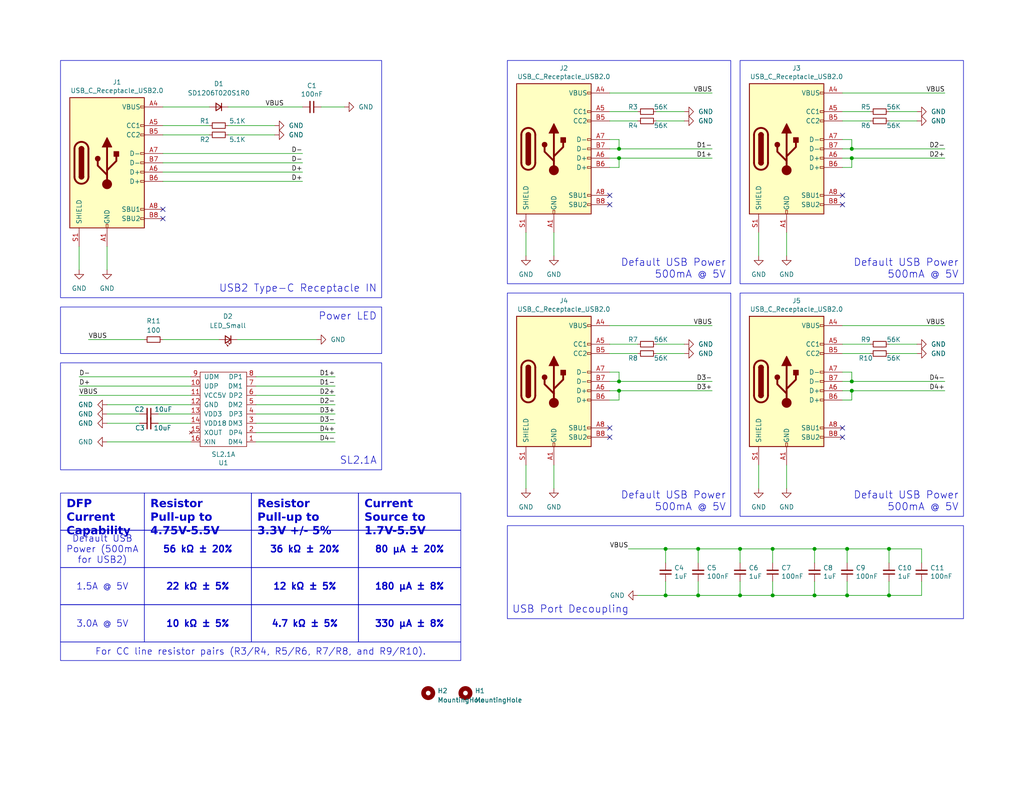
<source format=kicad_sch>
(kicad_sch (version 20230121) (generator eeschema)
  (paper "USLetter")
  (title_block (title "SL2.1A, USB-C 2.0 IN, 4x USB-C 2.0 OUT") (date "2023-11-02") (rev "v1.2") (company "Hugo Hu"))
  (lib_symbols
    (symbol "Connector:USB_C_Receptacle_USB2.0" (pin_names (offset 1.016))
      (property "Reference" "J" (at -10.16 19.05 0))
      (property "Value" "USB_C_Receptacle_USB2.0" (at 19.05 19.05 0))
      (symbol "USB_C_Receptacle_USB2.0_0_0"
        (rectangle (start -0.254 -17.78) (end 0.254 -16.764))
        (rectangle (start 10.16 -14.986) (end 9.144 -15.494))
        (rectangle (start 10.16 -12.446) (end 9.144 -12.954))
        (rectangle (start 10.16 -4.826) (end 9.144 -5.334))
        (rectangle (start 10.16 -2.286) (end 9.144 -2.794))
        (rectangle (start 10.16 0.254) (end 9.144 -0.254))
        (rectangle (start 10.16 2.794) (end 9.144 2.286))
        (rectangle (start 10.16 7.874) (end 9.144 7.366))
        (rectangle (start 10.16 10.414) (end 9.144 9.906))
        (rectangle (start 10.16 15.494) (end 9.144 14.986))
      )
      (symbol "USB_C_Receptacle_USB2.0_0_1"
        (rectangle (start -10.16 17.78) (end 10.16 -17.78) (stroke (width 0.254)) (fill (type background)))
        (arc (start -8.89 -3.81) (mid -6.985 -5.7067) (end -5.08 -3.81) (stroke (width 0.508)))
        (arc (start -7.62 -3.81) (mid -6.985 -4.4423) (end -6.35 -3.81) (stroke (width 0.254)))
        (arc (start -7.62 -3.81) (mid -6.985 -4.4423) (end -6.35 -3.81) (stroke (width 0.254)) (fill (type outline)))
        (rectangle (start -7.62 -3.81) (end -6.35 3.81) (stroke (width 0.254)) (fill (type outline)))
        (arc (start -6.35 3.81) (mid -6.985 4.4423) (end -7.62 3.81) (stroke (width 0.254)))
        (arc (start -6.35 3.81) (mid -6.985 4.4423) (end -7.62 3.81) (stroke (width 0.254)) (fill (type outline)))
        (arc (start -5.08 3.81) (mid -6.985 5.7067) (end -8.89 3.81) (stroke (width 0.508)))
        (circle (center -2.54 1.143) (radius 0.635) (stroke (width 0.254)) (fill (type outline)))
        (circle (center 0 -5.842) (radius 1.27) (fill (type outline)))
        (polyline (pts (xy -8.89 -3.81) (xy -8.89 3.81)) (stroke (width 0.508)))
        (polyline (pts (xy -5.08 3.81) (xy -5.08 -3.81)) (stroke (width 0.508)))
        (polyline (pts (xy 0 -5.842) (xy 0 4.318)) (stroke (width 0.508)))
        (polyline (pts (xy 0 -3.302) (xy -2.54 -0.762) (xy -2.54 0.508)) (stroke (width 0.508)))
        (polyline (pts (xy 0 -2.032) (xy 2.54 0.508) (xy 2.54 1.778)) (stroke (width 0.508)))
        (polyline (pts (xy -1.27 4.318) (xy 0 6.858) (xy 1.27 4.318) (xy -1.27 4.318)) (stroke (width 0.254)) (fill (type outline)))
        (rectangle (start 1.905 1.778) (end 3.175 3.048) (stroke (width 0.254)) (fill (type outline)))
      )
      (symbol "USB_C_Receptacle_USB2.0_1_1"
        (pin passive line (at 0 -22.86 90) (length 5.08) (name "GND") (number "A1"))
        (pin passive line (at 0 -22.86 90) (length 5.08) hide (name "GND") (number "A12"))
        (pin passive line (at 15.24 15.24 180) (length 5.08) (name "VBUS") (number "A4"))
        (pin bidirectional line (at 15.24 10.16 180) (length 5.08) (name "CC1") (number "A5"))
        (pin bidirectional line (at 15.24 -2.54 180) (length 5.08) (name "D+") (number "A6"))
        (pin bidirectional line (at 15.24 2.54 180) (length 5.08) (name "D-") (number "A7"))
        (pin bidirectional line (at 15.24 -12.7 180) (length 5.08) (name "SBU1") (number "A8"))
        (pin passive line (at 15.24 15.24 180) (length 5.08) hide (name "VBUS") (number "A9"))
        (pin passive line (at 0 -22.86 90) (length 5.08) hide (name "GND") (number "B1"))
        (pin passive line (at 0 -22.86 90) (length 5.08) hide (name "GND") (number "B12"))
        (pin passive line (at 15.24 15.24 180) (length 5.08) hide (name "VBUS") (number "B4"))
        (pin bidirectional line (at 15.24 7.62 180) (length 5.08) (name "CC2") (number "B5"))
        (pin bidirectional line (at 15.24 -5.08 180) (length 5.08) (name "D+") (number "B6"))
        (pin bidirectional line (at 15.24 0 180) (length 5.08) (name "D-") (number "B7"))
        (pin bidirectional line (at 15.24 -15.24 180) (length 5.08) (name "SBU2") (number "B8"))
        (pin passive line (at 15.24 15.24 180) (length 5.08) hide (name "VBUS") (number "B9"))
        (pin passive line (at -7.62 -22.86 90) (length 5.08) (name "SHIELD") (number "S1"))
      )
    )
    (symbol "Device:C_Small" (pin_numbers hide) (pin_names (offset 0.254) hide)
      (property "Reference" "C" (at 0.254 1.778 0))
      (property "Value" "C_Small" (at 0.254 -2.032 0))
      (symbol "C_Small_0_1"
        (polyline (pts (xy -1.524 -0.508) (xy 1.524 -0.508)) (stroke (width 0.3302)))
        (polyline (pts (xy -1.524 0.508) (xy 1.524 0.508)) (stroke (width 0.3048)))
      )
      (symbol "C_Small_1_1"
        (pin passive line (at 0 2.54 270) (length 2.032) (name "~") (number "1"))
        (pin passive line (at 0 -2.54 90) (length 2.032) (name "~") (number "2"))
      )
    )
    (symbol "Device:D_Small" (pin_numbers hide) (pin_names (offset 0.254) hide)
      (property "Reference" "D" (at -1.27 2.032 0))
      (property "Value" "D_Small" (at -3.81 -2.032 0))
      (symbol "D_Small_0_1"
        (polyline (pts (xy -0.762 -1.016) (xy -0.762 1.016)) (stroke (width 0.254)))
        (polyline (pts (xy -0.762 0) (xy 0.762 0)))
        (polyline (pts (xy 0.762 -1.016) (xy -0.762 0) (xy 0.762 1.016) (xy 0.762 -1.016)) (stroke (width 0.254)))
      )
      (symbol "D_Small_1_1"
        (pin passive line (at -2.54 0 0) (length 1.778) (name "K") (number "1"))
        (pin passive line (at 2.54 0 180) (length 1.778) (name "A") (number "2"))
      )
    )
    (symbol "Device:LED_Small" (pin_numbers hide) (pin_names (offset 0.254) hide)
      (property "Reference" "D" (at -1.27 3.175 0))
      (property "Value" "LED_Small" (at -4.445 -2.54 0))
      (symbol "LED_Small_0_1"
        (polyline (pts (xy -0.762 -1.016) (xy -0.762 1.016)) (stroke (width 0.254)))
        (polyline (pts (xy 1.016 0) (xy -0.762 0)))
        (polyline (pts (xy 0.762 -1.016) (xy -0.762 0) (xy 0.762 1.016) (xy 0.762 -1.016)) (stroke (width 0.254)))
        (polyline (pts (xy 0 0.762) (xy -0.508 1.27) (xy -0.254 1.27) (xy -0.508 1.27) (xy -0.508 1.016)))
        (polyline (pts (xy 0.508 1.27) (xy 0 1.778) (xy 0.254 1.778) (xy 0 1.778) (xy 0 1.524)))
      )
      (symbol "LED_Small_1_1"
        (pin passive line (at -2.54 0 0) (length 1.778) (name "K") (number "1"))
        (pin passive line (at 2.54 0 180) (length 1.778) (name "A") (number "2"))
      )
    )
    (symbol "Device:R_Small" (pin_numbers hide) (pin_names (offset 0.254) hide)
      (property "Reference" "R" (at 0.762 0.508 0))
      (property "Value" "R_Small" (at 0.762 -1.016 0))
      (symbol "R_Small_0_1"
        (rectangle (start -0.762 1.778) (end 0.762 -1.778) (stroke (width 0.2032)))
      )
      (symbol "R_Small_1_1"
        (pin passive line (at 0 2.54 270) (length 0.762) (name "~") (number "1"))
        (pin passive line (at 0 -2.54 90) (length 0.762) (name "~") (number "2"))
      )
    )
    (symbol "Mechanical:MountingHole" (pin_names (offset 1.016))
      (property "Reference" "H" (at 0 5.08 0))
      (property "Value" "MountingHole" (at 0 3.175 0))
      (symbol "MountingHole_0_1"
        (circle (center 0 0) (radius 1.27) (stroke (width 1.27)))
      )
    )
    (symbol "SL2.1A:SL2.1A" (pin_names (offset 1.016))
      (property "Reference" "U" (at 0 -1.27 0))
      (property "Value" "SL2.1A" (at -5.08 -1.27 0))
      (symbol "SL2.1A_0_1"
        (rectangle (start -5.08 20.32) (end 7.62 0))
      )
      (symbol "SL2.1A_1_1"
        (pin output line (at -7.62 19.05 0) (length 2.54) (name "DM4") (number "1"))
        (pin input line (at 10.16 3.81 180) (length 2.54) (name "UDP") (number "10"))
        (pin power_in line (at 10.16 6.35 180) (length 2.54) (name "VCC5V") (number "11"))
        (pin power_in line (at 10.16 8.89 180) (length 2.54) (name "GND") (number "12"))
        (pin power_out line (at 10.16 11.43 180) (length 2.54) (name "VDD3") (number "13"))
        (pin power_out line (at 10.16 13.97 180) (length 2.54) (name "VDD18") (number "14"))
        (pin no_connect line (at 10.16 16.51 180) (length 2.54) (name "XOUT") (number "15"))
        (pin power_in line (at 10.16 19.05 180) (length 2.54) (name "XIN") (number "16"))
        (pin output line (at -7.62 16.51 0) (length 2.54) (name "DP4") (number "2"))
        (pin output line (at -7.62 13.97 0) (length 2.54) (name "DM3") (number "3"))
        (pin output line (at -7.62 11.43 0) (length 2.54) (name "DP3") (number "4"))
        (pin output line (at -7.62 8.89 0) (length 2.54) (name "DM2") (number "5"))
        (pin output line (at -7.62 6.35 0) (length 2.54) (name "DP2") (number "6"))
        (pin output line (at -7.62 3.81 0) (length 2.54) (name "DM1") (number "7"))
        (pin output line (at -7.62 1.27 0) (length 2.54) (name "DP1") (number "8"))
        (pin input line (at 10.16 1.27 180) (length 2.54) (name "UDM") (number "9"))
      )
    )
    (symbol "power:GND" (power) (pin_names (offset 0))
      (property "Value" "GND" (at 0 -3.81 0))
      (symbol "GND_0_1"
        (polyline (pts (xy 0 0) (xy 0 -1.27) (xy 1.27 -1.27) (xy 0 -2.54) (xy -1.27 -1.27) (xy 0 -1.27)))
      )
      (symbol "GND_1_1"
        (pin power_in line (at 0 0 270) (length 0) hide (name "GND") (number "1"))
      )
    )
  )
  (junction (at 210.82 162.56))
  (junction (at 168.91 43.18))
  (junction (at 242.57 149.86))
  (junction (at 242.57 162.56))
  (junction (at 222.25 149.86))
  (junction (at 231.14 149.86))
  (junction (at 222.25 162.56))
  (junction (at 190.5 149.86))
  (junction (at 201.93 149.86))
  (junction (at 181.61 162.56))
  (junction (at 232.41 43.18))
  (junction (at 232.41 106.68))
  (junction (at 190.5 162.56))
  (junction (at 210.82 149.86))
  (junction (at 168.91 40.64))
  (junction (at 168.91 104.14))
  (junction (at 201.93 162.56))
  (junction (at 232.41 104.14))
  (junction (at 232.41 40.64))
  (junction (at 168.91 106.68))
  (junction (at 231.14 162.56))
  (junction (at 181.61 149.86))
  (no_connect (at 166.37 53.34))
  (no_connect (at 166.37 116.84))
  (no_connect (at 44.45 59.69))
  (no_connect (at 229.87 53.34))
  (no_connect (at 44.45 57.15))
  (no_connect (at 166.37 119.38))
  (no_connect (at 229.87 55.88))
  (no_connect (at 229.87 119.38))
  (no_connect (at 229.87 116.84))
  (no_connect (at 166.37 55.88))
  (wire (pts (xy 232.41 101.6) (xy 232.41 104.14)))
  (wire (pts (xy 222.25 162.56) (xy 222.25 158.75)))
  (wire (pts (xy 229.87 30.48) (xy 237.49 30.48)))
  (wire (pts (xy 166.37 38.1) (xy 168.91 38.1)))
  (wire (pts (xy 229.87 106.68) (xy 232.41 106.68)))
  (wire (pts (xy 166.37 40.64) (xy 168.91 40.64)))
  (wire (pts (xy 179.07 96.52) (xy 186.69 96.52)))
  (wire (pts (xy 232.41 45.72) (xy 232.41 43.18)))
  (wire (pts (xy 168.91 38.1) (xy 168.91 40.64)))
  (wire (pts (xy 232.41 38.1) (xy 232.41 40.64)))
  (wire (pts (xy 232.41 40.64) (xy 257.81 40.64)))
  (wire (pts (xy 168.91 106.68) (xy 194.31 106.68)))
  (wire (pts (xy 173.99 162.56) (xy 181.61 162.56)))
  (wire (pts (xy 166.37 30.48) (xy 173.99 30.48)))
  (wire (pts (xy 242.57 96.52) (xy 250.19 96.52)))
  (wire (pts (xy 91.44 105.41) (xy 69.85 105.41)))
  (wire (pts (xy 231.14 162.56) (xy 222.25 162.56)))
  (wire (pts (xy 229.87 104.14) (xy 232.41 104.14)))
  (wire (pts (xy 232.41 109.22) (xy 232.41 106.68)))
  (wire (pts (xy 229.87 38.1) (xy 232.41 38.1)))
  (wire (pts (xy 43.18 113.03) (xy 52.07 113.03)))
  (wire (pts (xy 190.5 149.86) (xy 201.93 149.86)))
  (wire (pts (xy 29.21 115.57) (xy 38.1 115.57)))
  (wire (pts (xy 21.59 107.95) (xy 52.07 107.95)))
  (wire (pts (xy 21.59 102.87) (xy 52.07 102.87)))
  (wire (pts (xy 166.37 33.02) (xy 173.99 33.02)))
  (wire (pts (xy 222.25 149.86) (xy 231.14 149.86)))
  (wire (pts (xy 171.45 149.86) (xy 181.61 149.86)))
  (wire (pts (xy 64.77 92.71) (xy 86.36 92.71)))
  (wire (pts (xy 242.57 162.56) (xy 231.14 162.56)))
  (wire (pts (xy 91.44 115.57) (xy 69.85 115.57)))
  (wire (pts (xy 166.37 106.68) (xy 168.91 106.68)))
  (wire (pts (xy 214.63 127) (xy 214.63 133.35)))
  (wire (pts (xy 91.44 113.03) (xy 69.85 113.03)))
  (wire (pts (xy 24.13 92.71) (xy 39.37 92.71)))
  (wire (pts (xy 21.59 105.41) (xy 52.07 105.41)))
  (wire (pts (xy 43.18 115.57) (xy 52.07 115.57)))
  (wire (pts (xy 229.87 33.02) (xy 237.49 33.02)))
  (wire (pts (xy 229.87 45.72) (xy 232.41 45.72)))
  (wire (pts (xy 44.45 46.99) (xy 82.55 46.99)))
  (wire (pts (xy 229.87 43.18) (xy 232.41 43.18)))
  (wire (pts (xy 62.23 34.29) (xy 74.93 34.29)))
  (wire (pts (xy 222.25 162.56) (xy 210.82 162.56)))
  (wire (pts (xy 29.21 113.03) (xy 38.1 113.03)))
  (wire (pts (xy 229.87 88.9) (xy 257.81 88.9)))
  (wire (pts (xy 242.57 149.86) (xy 242.57 153.67)))
  (wire (pts (xy 251.46 149.86) (xy 251.46 153.67)))
  (wire (pts (xy 21.59 67.31) (xy 21.59 73.66)))
  (wire (pts (xy 166.37 101.6) (xy 168.91 101.6)))
  (wire (pts (xy 166.37 93.98) (xy 173.99 93.98)))
  (wire (pts (xy 232.41 104.14) (xy 257.81 104.14)))
  (wire (pts (xy 91.44 110.49) (xy 69.85 110.49)))
  (wire (pts (xy 168.91 101.6) (xy 168.91 104.14)))
  (wire (pts (xy 229.87 96.52) (xy 237.49 96.52)))
  (wire (pts (xy 201.93 162.56) (xy 201.93 158.75)))
  (wire (pts (xy 166.37 104.14) (xy 168.91 104.14)))
  (wire (pts (xy 201.93 149.86) (xy 201.93 153.67)))
  (wire (pts (xy 44.45 36.83) (xy 57.15 36.83)))
  (wire (pts (xy 231.14 149.86) (xy 231.14 153.67)))
  (wire (pts (xy 91.44 120.65) (xy 69.85 120.65)))
  (wire (pts (xy 179.07 93.98) (xy 186.69 93.98)))
  (wire (pts (xy 229.87 93.98) (xy 237.49 93.98)))
  (wire (pts (xy 242.57 33.02) (xy 250.19 33.02)))
  (wire (pts (xy 210.82 149.86) (xy 222.25 149.86)))
  (wire (pts (xy 207.01 127) (xy 207.01 133.35)))
  (wire (pts (xy 44.45 92.71) (xy 59.69 92.71)))
  (wire (pts (xy 143.51 63.5) (xy 143.51 69.85)))
  (wire (pts (xy 168.91 43.18) (xy 194.31 43.18)))
  (wire (pts (xy 166.37 109.22) (xy 168.91 109.22)))
  (wire (pts (xy 166.37 88.9) (xy 194.31 88.9)))
  (wire (pts (xy 251.46 162.56) (xy 242.57 162.56)))
  (wire (pts (xy 168.91 40.64) (xy 194.31 40.64)))
  (wire (pts (xy 166.37 25.4) (xy 194.31 25.4)))
  (wire (pts (xy 62.23 29.21) (xy 82.55 29.21)))
  (wire (pts (xy 91.44 107.95) (xy 69.85 107.95)))
  (wire (pts (xy 210.82 149.86) (xy 210.82 153.67)))
  (wire (pts (xy 151.13 63.5) (xy 151.13 69.85)))
  (wire (pts (xy 91.44 102.87) (xy 69.85 102.87)))
  (wire (pts (xy 179.07 30.48) (xy 186.69 30.48)))
  (wire (pts (xy 242.57 93.98) (xy 250.19 93.98)))
  (wire (pts (xy 168.91 109.22) (xy 168.91 106.68)))
  (wire (pts (xy 242.57 162.56) (xy 242.57 158.75)))
  (wire (pts (xy 62.23 36.83) (xy 74.93 36.83)))
  (wire (pts (xy 190.5 162.56) (xy 181.61 162.56)))
  (wire (pts (xy 210.82 162.56) (xy 210.82 158.75)))
  (wire (pts (xy 229.87 109.22) (xy 232.41 109.22)))
  (wire (pts (xy 87.63 29.21) (xy 93.98 29.21)))
  (wire (pts (xy 190.5 162.56) (xy 190.5 158.75)))
  (wire (pts (xy 91.44 118.11) (xy 69.85 118.11)))
  (wire (pts (xy 29.21 110.49) (xy 52.07 110.49)))
  (wire (pts (xy 207.01 63.5) (xy 207.01 69.85)))
  (wire (pts (xy 44.45 44.45) (xy 82.55 44.45)))
  (wire (pts (xy 242.57 30.48) (xy 250.19 30.48)))
  (wire (pts (xy 181.61 149.86) (xy 190.5 149.86)))
  (wire (pts (xy 166.37 96.52) (xy 173.99 96.52)))
  (wire (pts (xy 190.5 149.86) (xy 190.5 153.67)))
  (wire (pts (xy 232.41 106.68) (xy 257.81 106.68)))
  (wire (pts (xy 168.91 45.72) (xy 168.91 43.18)))
  (wire (pts (xy 222.25 149.86) (xy 222.25 153.67)))
  (wire (pts (xy 29.21 67.31) (xy 29.21 73.66)))
  (wire (pts (xy 251.46 162.56) (xy 251.46 158.75)))
  (wire (pts (xy 44.45 41.91) (xy 82.55 41.91)))
  (wire (pts (xy 44.45 29.21) (xy 57.15 29.21)))
  (wire (pts (xy 166.37 43.18) (xy 168.91 43.18)))
  (wire (pts (xy 29.21 120.65) (xy 52.07 120.65)))
  (wire (pts (xy 44.45 34.29) (xy 57.15 34.29)))
  (wire (pts (xy 181.61 149.86) (xy 181.61 153.67)))
  (wire (pts (xy 232.41 43.18) (xy 257.81 43.18)))
  (wire (pts (xy 168.91 104.14) (xy 194.31 104.14)))
  (wire (pts (xy 44.45 49.53) (xy 82.55 49.53)))
  (wire (pts (xy 242.57 149.86) (xy 251.46 149.86)))
  (wire (pts (xy 201.93 162.56) (xy 190.5 162.56)))
  (wire (pts (xy 210.82 162.56) (xy 201.93 162.56)))
  (wire (pts (xy 229.87 25.4) (xy 257.81 25.4)))
  (wire (pts (xy 214.63 63.5) (xy 214.63 69.85)))
  (wire (pts (xy 231.14 162.56) (xy 231.14 158.75)))
  (wire (pts (xy 229.87 40.64) (xy 232.41 40.64)))
  (wire (pts (xy 166.37 45.72) (xy 168.91 45.72)))
  (wire (pts (xy 179.07 33.02) (xy 186.69 33.02)))
  (wire (pts (xy 181.61 162.56) (xy 181.61 158.75)))
  (wire (pts (xy 231.14 149.86) (xy 242.57 149.86)))
  (wire (pts (xy 201.93 149.86) (xy 210.82 149.86)))
  (wire (pts (xy 229.87 101.6) (xy 232.41 101.6)))
  (wire (pts (xy 151.13 127) (xy 151.13 133.35)))
  (wire (pts (xy 143.51 127) (xy 143.51 133.35)))
  (rectangle (start 138.43 143.51) (end 262.89 168.91))
  (rectangle (start 138.43 80.01) (end 199.39 140.97))
  (rectangle (start 16.51 16.51) (end 104.14 81.28))
  (rectangle (start 201.93 80.01) (end 262.89 140.97))
  (rectangle (start 16.51 83.82) (end 104.14 96.52))
  (rectangle (start 16.51 99.06) (end 104.14 128.27))
  (rectangle (start 201.93 16.51) (end 262.89 77.47))
  (rectangle (start 138.43 16.51) (end 199.39 77.47))
  (text_box "Resistor Pull-up to 4.75V-5.5V\n" (at 39.37 134.62 0) (size 29.21 10.16) (effects (font (size 2.2 2.2) (thickness 0.508) bold) (justify left top)))
  (text_box "For CC line resistor pairs (R3/R4, R5/R6, R7/R8, and R9/R10)." (at 16.51 175.26 0) (size 109.22 5.08) (effects (font (size 1.8 1.8))))
  (text_box "22 kΩ ± 5%" (at 39.37 154.94 0) (size 29.21 10.16) (effects (font (size 1.8 1.8) (thickness 0.36) bold)))
  (text_box "12 kΩ ± 5%" (at 68.58 154.94 0) (size 29.21 10.16) (effects (font (size 1.8 1.8) (thickness 0.36) bold)))
  (text_box "330 μA ± 8%" (at 97.79 165.1 0) (size 27.94 10.16) (effects (font (size 1.8 1.8) (thickness 0.36) bold)))
  (text_box "Current Source to 1.7V-5.5V" (at 97.79 134.62 0) (size 27.94 10.16) (effects (font (size 2.2 2.2) (thickness 0.508) bold) (justify left top)))
  (text_box "4.7 kΩ ± 5%" (at 68.58 165.1 0) (size 29.21 10.16) (effects (font (size 1.8 1.8) (thickness 0.36) bold)))
  (text_box "36 kΩ ± 20%\n" (at 68.58 144.78 0) (size 29.21 10.16) (effects (font (size 1.8 1.8) (thickness 0.36) bold)))
  (text_box "DFP Current Capability" (at 16.51 134.62 0) (size 22.86 10.16) (effects (font (size 2.2 2.2) (thickness 0.508) bold) (justify left top)))
  (text_box "56 kΩ ± 20%" (at 39.37 144.78 0) (size 29.21 10.16) (effects (font (size 1.8 1.8) (thickness 0.36) bold)))
  (text_box "80 μA ± 20%" (at 97.79 144.78 0) (size 27.94 10.16) (effects (font (size 1.8 1.8) (thickness 0.36) bold)))
  (text_box "Resistor Pull-up to 3.3V +/- 5%" (at 68.58 134.62 0) (size 29.21 10.16) (effects (font (size 2.2 2.2) (thickness 0.508) bold) (justify left top)))
  (text_box "180 μA ± 8%" (at 97.79 154.94 0) (size 27.94 10.16) (effects (font (size 1.8 1.8) (thickness 0.36) bold)))
  (text_box "1.5A @ 5V" (at 16.51 154.94 0) (size 22.86 10.16) (effects (font (size 1.8 1.8))))
  (text_box "10 kΩ ± 5%" (at 39.37 165.1 0) (size 29.21 10.16) (effects (font (size 1.8 1.8) (thickness 0.36) bold)))
  (text_box "3.0A @ 5V" (at 16.51 165.1 0) (size 22.86 10.16) (effects (font (size 1.8 1.8))))
  (text_box "Default USB Power (500mA for USB2)" (at 16.51 144.78 0) (size 22.86 10.16) (effects (font (size 1.8 1.8))))
  (text "SL2.1A\n" (at 102.87 127 0) (effects (font (size 2 2)) (justify right bottom)))
  (text "Default USB Power\n500mA @ 5V" (at 261.62 139.7 0) (effects (font (size 2 2)) (justify right bottom)))
  (text "Default USB Power\n500mA @ 5V" (at 261.62 76.2 0) (effects (font (size 2 2)) (justify right bottom)))
  (text "USB2 Type-C Receptacle IN" (at 102.87 80.01 0) (effects (font (size 2 2)) (justify right bottom)))
  (text "Default USB Power\n500mA @ 5V" (at 198.12 76.2 0) (effects (font (size 2 2)) (justify right bottom)))
  (text "Default USB Power\n500mA @ 5V" (at 198.12 139.7 0) (effects (font (size 2 2)) (justify right bottom)))
  (text "USB Port Decoupling" (at 139.7 167.64 0) (effects (font (size 2 2)) (justify left bottom)))
  (text "Power LED" (at 102.87 87.63 0) (effects (font (size 2 2)) (justify right bottom)))
  (label "D1-" (at 194.31 40.64 180))
  (label "VBUS" (at 257.81 88.9 180))
  (label "D-" (at 82.55 44.45 180))
  (label "D4-" (at 91.44 120.65 180))
  (label "D3+" (at 91.44 113.03 180))
  (label "D+" (at 82.55 46.99 180))
  (label "D+" (at 21.59 105.41 0))
  (label "D2-" (at 91.44 110.49 180))
  (label "D2+" (at 91.44 107.95 180))
  (label "D1+" (at 194.31 43.18 180))
  (label "VBUS" (at 194.31 88.9 180))
  (label "D-" (at 21.59 102.87 0))
  (label "VBUS" (at 72.39 29.21 0))
  (label "VBUS" (at 194.31 25.4 180))
  (label "D4-" (at 257.81 104.14 180))
  (label "D4+" (at 257.81 106.68 180))
  (label "D3-" (at 91.44 115.57 180))
  (label "D2-" (at 257.81 40.64 180))
  (label "D1-" (at 91.44 105.41 180))
  (label "D2+" (at 257.81 43.18 180))
  (label "D1+" (at 91.44 102.87 180))
  (label "D-" (at 82.55 41.91 180))
  (label "VBUS" (at 171.45 149.86 180))
  (label "D+" (at 82.55 49.53 180))
  (label "D3-" (at 194.31 104.14 180))
  (label "VBUS" (at 24.13 92.71 0))
  (label "D3+" (at 194.31 106.68 180))
  (label "D4+" (at 91.44 118.11 180))
  (label "VBUS" (at 21.59 107.95 0))
  (label "VBUS" (at 257.81 25.4 180))
  (symbol (lib_id "Device:R_Small") (at 240.03 30.48 270) (unit 1)
    (property "Reference" "R5" (at 236.22 29.21 90))
    (property "Value" "56K" (at 243.84 29.21 90))
    (property "Footprint" "Resistor_SMD:R_0805_2012Metric_Pad1.20x1.40mm_HandSolder" (effects hide))
  )
  (symbol (lib_id "power:GND") (at 186.69 96.52 90) (unit 1)
    (property "Reference" "#PWR017" (effects hide))
    (property "Value" "GND" (at 190.5 96.52 90) (effects (justify right)))
  )
  (symbol (lib_id "power:GND") (at 151.13 69.85 0) (unit 1)
    (property "Reference" "#PWR022" (effects hide))
    (property "Value" "GND" (at 151.13 74.93 0))
  )
  (symbol (lib_id "Device:C_Small") (at 210.82 156.21 180) (unit 1)
    (property "Reference" "C7" (at 213.1568 155.0416 0) (effects (justify right)))
    (property "Value" "100nF" (at 213.1568 157.353 0) (effects (justify right)))
    (property "Footprint" "Capacitor_SMD:C_0805_2012Metric_Pad1.18x1.45mm_HandSolder" (effects hide))
  )
  (symbol (lib_id "power:GND") (at 29.21 120.65 270) (unit 1)
    (property "Reference" "#PWR09" (effects hide))
    (property "Value" "GND" (at 25.4 120.65 90) (effects (justify right)))
  )
  (symbol (lib_id "power:GND") (at 186.69 93.98 90) (unit 1)
    (property "Reference" "#PWR016" (effects hide))
    (property "Value" "GND" (at 190.5 93.98 90) (effects (justify right)))
  )
  (symbol (lib_id "power:GND") (at 214.63 133.35 0) (unit 1)
    (property "Reference" "#PWR024" (effects hide))
    (property "Value" "GND" (at 214.63 138.43 0))
  )
  (symbol (lib_id "Connector:USB_C_Receptacle_USB2.0") (at 214.63 40.64 0) (unit 1)
    (property "Reference" "J3" (at 217.3478 18.6182 0))
    (property "Value" "USB_C_Receptacle_USB2.0" (at 217.3478 20.9296 0))
    (property "Footprint" "uc32_standalone_singlemotor:USB_C_Plug_UTC009-C12" (effects hide))
    (property "Datasheet" "https://www.usb.org/sites/default/files/documents/usb_type-c.zip" (effects hide))
  )
  (symbol (lib_id "Connector:USB_C_Receptacle_USB2.0") (at 151.13 40.64 0) (unit 1)
    (property "Reference" "J2" (at 153.8478 18.6182 0))
    (property "Value" "USB_C_Receptacle_USB2.0" (at 153.8478 20.9296 0))
    (property "Footprint" "uc32_standalone_singlemotor:USB_C_Plug_UTC009-C12" (effects hide))
    (property "Datasheet" "https://www.usb.org/sites/default/files/documents/usb_type-c.zip" (effects hide))
  )
  (symbol (lib_id "power:GND") (at 173.99 162.56 270) (unit 1)
    (property "Reference" "#PWR018" (effects hide))
    (property "Value" "GND" (at 166.37 162.56 90) (effects (justify left)))
  )
  (symbol (lib_id "Device:C_Small") (at 222.25 156.21 180) (unit 1)
    (property "Reference" "C8" (at 224.5868 155.0416 0) (effects (justify right)))
    (property "Value" "1uF" (at 224.5868 157.353 0) (effects (justify right)))
    (property "Footprint" "Capacitor_SMD:C_0805_2012Metric_Pad1.18x1.45mm_HandSolder" (effects hide))
  )
  (symbol (lib_id "Device:R_Small") (at 176.53 96.52 90) (unit 1)
    (property "Reference" "R8" (at 172.72 97.79 90))
    (property "Value" "56K" (at 180.34 97.79 90))
    (property "Footprint" "Resistor_SMD:R_0805_2012Metric_Pad1.20x1.40mm_HandSolder" (effects hide))
  )
  (symbol (lib_id "power:GND") (at 207.01 133.35 0) (unit 1)
    (property "Reference" "#PWR023" (effects hide))
    (property "Value" "GND" (at 207.01 138.43 0))
  )
  (symbol (lib_id "Device:R_Small") (at 59.69 34.29 270) (unit 1)
    (property "Reference" "R1" (at 55.88 33.02 90))
    (property "Value" "5.1K" (at 64.77 33.02 90))
    (property "Footprint" "Resistor_SMD:R_0805_2012Metric_Pad1.20x1.40mm_HandSolder" (effects hide))
  )
  (symbol (lib_id "power:GND") (at 29.21 115.57 270) (unit 1)
    (property "Reference" "#PWR07" (effects hide))
    (property "Value" "GND" (at 25.4 115.57 90) (effects (justify right)))
  )
  (symbol (lib_id "power:GND") (at 207.01 69.85 0) (unit 1)
    (property "Reference" "#PWR010" (effects hide))
    (property "Value" "GND" (at 207.01 74.93 0))
  )
  (symbol (lib_id "power:GND") (at 143.51 69.85 0) (unit 1)
    (property "Reference" "#PWR021" (effects hide))
    (property "Value" "GND" (at 143.51 74.93 0))
  )
  (symbol (lib_id "Mechanical:MountingHole") (at 127 189.23 0) (unit 1)
    (property "Reference" "H1" (at 129.54 188.595 0) (effects (justify left)))
    (property "Value" "MountingHole" (at 129.54 191.135 0) (effects (justify left)))
    (property "Footprint" "MountingHole:MountingHole_3.2mm_M3_ISO14580" (effects hide))
  )
  (symbol (lib_id "power:GND") (at 29.21 73.66 0) (unit 1)
    (property "Reference" "#PWR04" (effects hide))
    (property "Value" "GND" (at 29.21 78.74 0))
  )
  (symbol (lib_id "SL2.1A:SL2.1A") (at 62.23 101.6 180) (unit 1)
    (property "Reference" "U1" (at 60.96 126.365 0))
    (property "Value" "SL2.1A" (at 60.96 124.0536 0))
    (property "Footprint" "Package_SO:SOIC-16_4.55x10.3mm_P1.27mm" (effects hide))
  )
  (symbol (lib_id "Device:C_Small") (at 242.57 156.21 180) (unit 1)
    (property "Reference" "C10" (at 244.9068 155.0416 0) (effects (justify right)))
    (property "Value" "1uF" (at 244.9068 157.353 0) (effects (justify right)))
    (property "Footprint" "Capacitor_SMD:C_0805_2012Metric_Pad1.18x1.45mm_HandSolder" (effects hide))
  )
  (symbol (lib_id "power:GND") (at 74.93 36.83 90) (unit 1)
    (property "Reference" "#PWR03" (effects hide))
    (property "Value" "GND" (at 78.74 36.83 90) (effects (justify right)))
  )
  (symbol (lib_id "power:GND") (at 86.36 92.71 90) (unit 1)
    (property "Reference" "#PWR027" (effects hide))
    (property "Value" "GND" (at 90.17 92.71 90) (effects (justify right)))
  )
  (symbol (lib_id "Device:R_Small") (at 176.53 30.48 270) (unit 1)
    (property "Reference" "R3" (at 172.72 29.21 90))
    (property "Value" "56K" (at 180.34 29.21 90))
    (property "Footprint" "Resistor_SMD:R_0805_2012Metric_Pad1.20x1.40mm_HandSolder" (effects hide))
  )
  (symbol (lib_id "Mechanical:MountingHole") (at 116.84 189.23 0) (unit 1)
    (property "Reference" "H2" (at 119.38 188.595 0) (effects (justify left)))
    (property "Value" "MountingHole" (at 119.38 191.135 0) (effects (justify left)))
    (property "Footprint" "MountingHole:MountingHole_3.2mm_M3_ISO14580" (effects hide))
  )
  (symbol (lib_id "power:GND") (at 93.98 29.21 90) (unit 1)
    (property "Reference" "#PWR01" (effects hide))
    (property "Value" "GND" (at 97.79 29.21 90) (effects (justify right)))
  )
  (symbol (lib_id "Device:C_Small") (at 85.09 29.21 270) (unit 1)
    (property "Reference" "C1" (at 85.09 23.3934 90))
    (property "Value" "100nF" (at 85.09 25.7048 90))
    (property "Footprint" "Capacitor_SMD:C_0805_2012Metric_Pad1.18x1.45mm_HandSolder" (effects hide))
  )
  (symbol (lib_id "power:GND") (at 21.59 73.66 0) (unit 1)
    (property "Reference" "#PWR05" (effects hide))
    (property "Value" "GND" (at 21.59 78.74 0))
  )
  (symbol (lib_id "power:GND") (at 214.63 69.85 0) (unit 1)
    (property "Reference" "#PWR011" (effects hide))
    (property "Value" "GND" (at 214.63 74.93 0))
  )
  (symbol (lib_id "Device:R_Small") (at 59.69 36.83 90) (unit 1)
    (property "Reference" "R2" (at 55.88 38.1 90))
    (property "Value" "5.1K" (at 64.77 38.1 90))
    (property "Footprint" "Resistor_SMD:R_0805_2012Metric_Pad1.20x1.40mm_HandSolder" (effects hide))
  )
  (symbol (lib_id "Device:C_Small") (at 181.61 156.21 180) (unit 1)
    (property "Reference" "C4" (at 183.9468 155.0416 0) (effects (justify right)))
    (property "Value" "1uF" (at 183.9468 157.353 0) (effects (justify right)))
    (property "Footprint" "Capacitor_SMD:C_0805_2012Metric_Pad1.18x1.45mm_HandSolder" (effects hide))
  )
  (symbol (lib_id "power:GND") (at 29.21 113.03 270) (unit 1)
    (property "Reference" "#PWR06" (effects hide))
    (property "Value" "GND" (at 25.4 113.03 90) (effects (justify right)))
  )
  (symbol (lib_id "Device:C_Small") (at 251.46 156.21 180) (unit 1)
    (property "Reference" "C11" (at 253.7968 155.0416 0) (effects (justify right)))
    (property "Value" "100nF" (at 253.7968 157.353 0) (effects (justify right)))
    (property "Footprint" "Capacitor_SMD:C_0805_2012Metric_Pad1.18x1.45mm_HandSolder" (effects hide))
  )
  (symbol (lib_id "Device:R_Small") (at 41.91 92.71 270) (unit 1)
    (property "Reference" "R11" (at 41.91 87.63 90))
    (property "Value" "100" (at 41.91 90.17 90))
    (property "Footprint" "Resistor_SMD:R_0805_2012Metric_Pad1.20x1.40mm_HandSolder" (effects hide))
  )
  (symbol (lib_id "power:GND") (at 186.69 30.48 90) (unit 1)
    (property "Reference" "#PWR019" (effects hide))
    (property "Value" "GND" (at 190.5 30.48 90) (effects (justify right)))
  )
  (symbol (lib_id "power:GND") (at 29.21 110.49 270) (unit 1)
    (property "Reference" "#PWR08" (effects hide))
    (property "Value" "GND" (at 25.4 110.49 90) (effects (justify right)))
  )
  (symbol (lib_id "Device:LED_Small") (at 62.23 92.71 180) (unit 1)
    (property "Reference" "D2" (at 62.1665 86.36 0))
    (property "Value" "LED_Small" (at 62.1665 88.9 0))
    (property "Footprint" "LED_SMD:LED_1206_3216Metric_Pad1.42x1.75mm_HandSolder" (effects hide))
  )
  (symbol (lib_id "Device:C_Small") (at 201.93 156.21 180) (unit 1)
    (property "Reference" "C6" (at 204.2668 155.0416 0) (effects (justify right)))
    (property "Value" "1uF" (at 204.2668 157.353 0) (effects (justify right)))
    (property "Footprint" "Capacitor_SMD:C_0805_2012Metric_Pad1.18x1.45mm_HandSolder" (effects hide))
  )
  (symbol (lib_id "power:GND") (at 186.69 33.02 90) (unit 1)
    (property "Reference" "#PWR020" (effects hide))
    (property "Value" "GND" (at 190.5 33.02 90) (effects (justify right)))
  )
  (symbol (lib_id "power:GND") (at 250.19 30.48 90) (unit 1)
    (property "Reference" "#PWR012" (effects hide))
    (property "Value" "GND" (at 254 30.48 90) (effects (justify right)))
  )
  (symbol (lib_id "Device:R_Small") (at 240.03 96.52 90) (unit 1)
    (property "Reference" "R10" (at 236.22 97.79 90))
    (property "Value" "56K" (at 243.84 97.79 90))
    (property "Footprint" "Resistor_SMD:R_0805_2012Metric_Pad1.20x1.40mm_HandSolder" (effects hide))
  )
  (symbol (lib_id "Device:R_Small") (at 240.03 93.98 270) (unit 1)
    (property "Reference" "R9" (at 236.22 92.71 90))
    (property "Value" "56K" (at 243.84 92.71 90))
    (property "Footprint" "Resistor_SMD:R_0805_2012Metric_Pad1.20x1.40mm_HandSolder" (effects hide))
  )
  (symbol (lib_id "Device:R_Small") (at 176.53 93.98 270) (unit 1)
    (property "Reference" "R7" (at 172.72 92.71 90))
    (property "Value" "56K" (at 180.34 92.71 90))
    (property "Footprint" "Resistor_SMD:R_0805_2012Metric_Pad1.20x1.40mm_HandSolder" (effects hide))
  )
  (symbol (lib_id "Device:R_Small") (at 240.03 33.02 90) (unit 1)
    (property "Reference" "R6" (at 236.22 34.29 90))
    (property "Value" "56K" (at 243.84 34.29 90))
    (property "Footprint" "Resistor_SMD:R_0805_2012Metric_Pad1.20x1.40mm_HandSolder" (effects hide))
  )
  (symbol (lib_id "power:GND") (at 143.51 133.35 0) (unit 1)
    (property "Reference" "#PWR014" (effects hide))
    (property "Value" "GND" (at 143.51 138.43 0))
  )
  (symbol (lib_id "Device:C_Small") (at 231.14 156.21 180) (unit 1)
    (property "Reference" "C9" (at 233.4768 155.0416 0) (effects (justify right)))
    (property "Value" "100nF" (at 233.4768 157.353 0) (effects (justify right)))
    (property "Footprint" "Capacitor_SMD:C_0805_2012Metric_Pad1.18x1.45mm_HandSolder" (effects hide))
  )
  (symbol (lib_id "power:GND") (at 74.93 34.29 90) (unit 1)
    (property "Reference" "#PWR02" (effects hide))
    (property "Value" "GND" (at 78.74 34.29 90) (effects (justify right)))
  )
  (symbol (lib_id "Device:C_Small") (at 40.64 115.57 90) (unit 1)
    (property "Reference" "C3" (at 36.83 116.84 90) (effects (justify right)))
    (property "Value" "10uF" (at 41.91 116.84 90) (effects (justify right)))
    (property "Footprint" "Capacitor_SMD:C_0805_2012Metric_Pad1.18x1.45mm_HandSolder" (effects hide))
  )
  (symbol (lib_id "power:GND") (at 250.19 33.02 90) (unit 1)
    (property "Reference" "#PWR013" (effects hide))
    (property "Value" "GND" (at 254 33.02 90) (effects (justify right)))
  )
  (symbol (lib_id "Device:C_Small") (at 40.64 113.03 270) (unit 1)
    (property "Reference" "C2" (at 39.37 111.76 90) (effects (justify right)))
    (property "Value" "10uF" (at 46.99 111.76 90) (effects (justify right)))
    (property "Footprint" "Capacitor_SMD:C_0805_2012Metric_Pad1.18x1.45mm_HandSolder" (effects hide))
  )
  (symbol (lib_id "power:GND") (at 250.19 96.52 90) (unit 1)
    (property "Reference" "#PWR026" (effects hide))
    (property "Value" "GND" (at 254 96.52 90) (effects (justify right)))
  )
  (symbol (lib_id "Device:C_Small") (at 190.5 156.21 180) (unit 1)
    (property "Reference" "C5" (at 192.8368 155.0416 0) (effects (justify right)))
    (property "Value" "100nF" (at 192.8368 157.353 0) (effects (justify right)))
    (property "Footprint" "Capacitor_SMD:C_0805_2012Metric_Pad1.18x1.45mm_HandSolder" (effects hide))
  )
  (symbol (lib_id "Connector:USB_C_Receptacle_USB2.0") (at 151.13 104.14 0) (unit 1)
    (property "Reference" "J4" (at 153.8478 82.1182 0))
    (property "Value" "USB_C_Receptacle_USB2.0" (at 153.8478 84.4296 0))
    (property "Footprint" "uc32_standalone_singlemotor:USB_C_Plug_UTC009-C12" (effects hide))
    (property "Datasheet" "https://www.usb.org/sites/default/files/documents/usb_type-c.zip" (effects hide))
  )
  (symbol (lib_id "Connector:USB_C_Receptacle_USB2.0") (at 29.21 44.45 0) (unit 1)
    (property "Reference" "J1" (at 31.9278 22.4282 0))
    (property "Value" "USB_C_Receptacle_USB2.0" (at 31.9278 24.7396 0))
    (property "Footprint" "Connector_USB:USB_C_Receptacle_HRO_TYPE-C-31-M-12" (effects hide))
    (property "Datasheet" "https://www.usb.org/sites/default/files/documents/usb_type-c.zip" (effects hide))
  )
  (symbol (lib_id "Device:D_Small") (at 59.69 29.21 180) (unit 1)
    (property "Reference" "D1" (at 59.69 22.86 0))
    (property "Value" "SD1206T020S1R0" (at 59.69 25.4 0))
    (property "Footprint" "Diode_SMD:D_1206_3216Metric_Pad1.42x1.75mm_HandSolder" (effects hide))
    (property "Sim.Device" "D" (effects hide))
    (property "Sim.Pins" "1=K 2=A" (effects hide))
  )
  (symbol (lib_id "Device:R_Small") (at 176.53 33.02 90) (unit 1)
    (property "Reference" "R4" (at 172.72 34.29 90))
    (property "Value" "56K" (at 180.34 34.29 90))
    (property "Footprint" "Resistor_SMD:R_0805_2012Metric_Pad1.20x1.40mm_HandSolder" (effects hide))
  )
  (symbol (lib_id "power:GND") (at 151.13 133.35 0) (unit 1)
    (property "Reference" "#PWR015" (effects hide))
    (property "Value" "GND" (at 151.13 138.43 0))
  )
  (symbol (lib_id "Connector:USB_C_Receptacle_USB2.0") (at 214.63 104.14 0) (unit 1)
    (property "Reference" "J5" (at 217.3478 82.1182 0))
    (property "Value" "USB_C_Receptacle_USB2.0" (at 217.3478 84.4296 0))
    (property "Footprint" "uc32_standalone_singlemotor:USB_C_Plug_UTC009-C12" (effects hide))
    (property "Datasheet" "https://www.usb.org/sites/default/files/documents/usb_type-c.zip" (effects hide))
  )
  (symbol (lib_id "power:GND") (at 250.19 93.98 90) (unit 1)
    (property "Reference" "#PWR025" (effects hide))
    (property "Value" "GND" (at 254 93.98 90) (effects (justify right)))
  )
)
</source>
